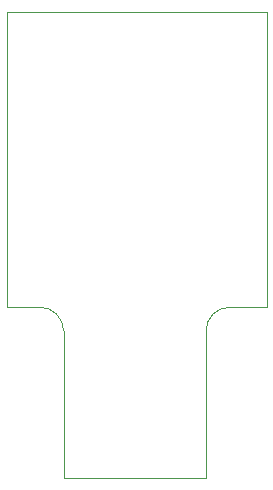
<source format=gbr>
%TF.GenerationSoftware,Altium Limited,Altium Designer,19.1.5 (86)*%
G04 Layer_Color=0*
%FSLAX44Y44*%
%MOMM*%
%TF.FileFunction,Profile,NP*%
%TF.Part,Single*%
G01*
G75*
%TA.AperFunction,Profile*%
%ADD49C,0.0254*%
D49*
X-110000Y-125000D02*
X-91870D01*
X-91870Y-125000D01*
X-81870D01*
D02*
G02*
X-61870Y-145000I0J-20000D01*
G01*
Y-269775D01*
X58780D01*
Y-145000D01*
D02*
G02*
X78780Y-125000I20000J0D01*
G01*
X88780D01*
X88780Y-125000D01*
X110000D01*
X110000Y125000D01*
X-110000D01*
X-110000Y-125000D01*
%TF.MD5,376e93e410a0f41fcaa5ea4a3923c5fa*%
M02*

</source>
